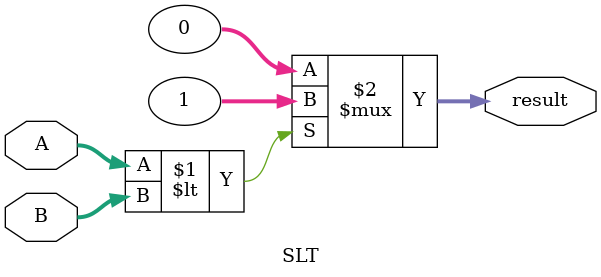
<source format=v>
`timescale 1ns / 1ps


module SLT(
    input [31:0] A, 
    input [31:0] B, 
    output [31:0] result
    );
    
    assign result = (A < B) ? 32'b1 : 32'b0;
    
endmodule

</source>
